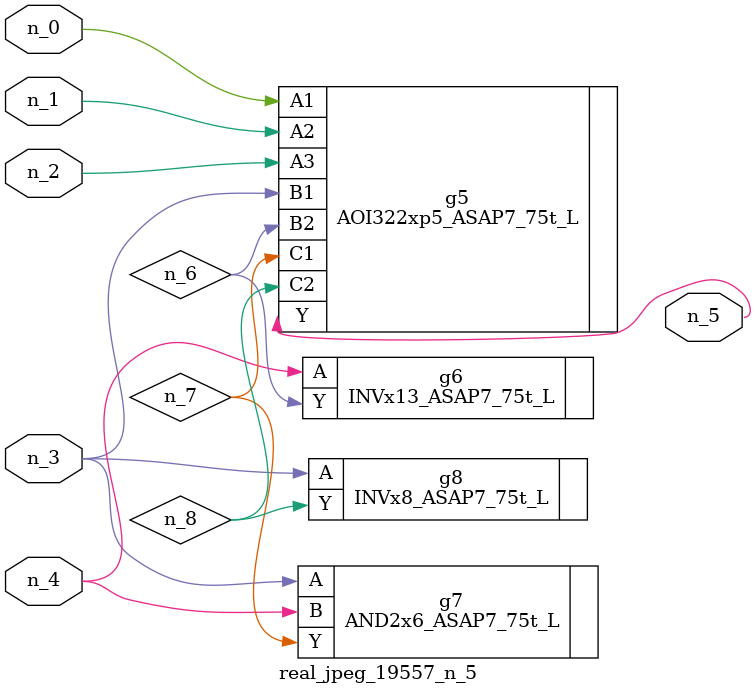
<source format=v>
module real_jpeg_19557_n_5 (n_4, n_0, n_1, n_2, n_3, n_5);

input n_4;
input n_0;
input n_1;
input n_2;
input n_3;

output n_5;

wire n_8;
wire n_6;
wire n_7;

AOI322xp5_ASAP7_75t_L g5 ( 
.A1(n_0),
.A2(n_1),
.A3(n_2),
.B1(n_3),
.B2(n_6),
.C1(n_7),
.C2(n_8),
.Y(n_5)
);

AND2x6_ASAP7_75t_L g7 ( 
.A(n_3),
.B(n_4),
.Y(n_7)
);

INVx8_ASAP7_75t_L g8 ( 
.A(n_3),
.Y(n_8)
);

INVx13_ASAP7_75t_L g6 ( 
.A(n_4),
.Y(n_6)
);


endmodule
</source>
